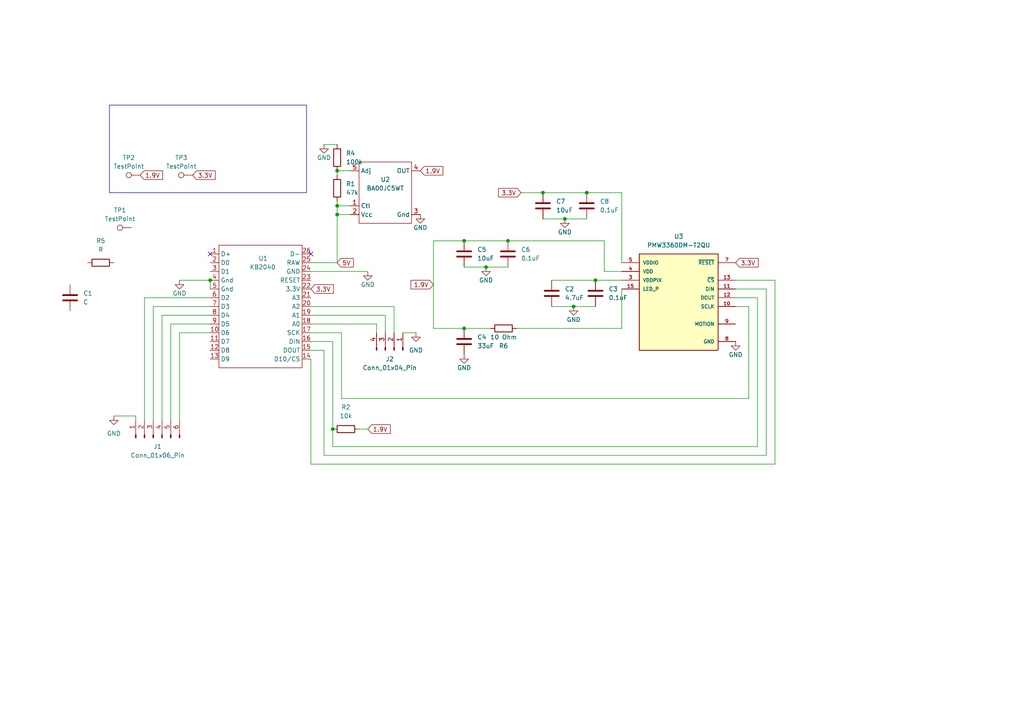
<source format=kicad_sch>
(kicad_sch (version 20230121) (generator eeschema)
  (paper "A4")
  (lib_symbols
    (symbol "Connector:Conn_01x04_Pin" (pin_names (offset 1.016) hide)
      (property "Reference" "J" (at 0 5.08 0))
      (property "Value" "Conn_01x04_Pin" (at 0 -7.62 0))
      (symbol "Conn_01x04_Pin_1_1"
        (polyline (pts (xy 1.27 -5.08) (xy 0.8636 -5.08)) (stroke (width 0.1524)))
        (polyline (pts (xy 1.27 -2.54) (xy 0.8636 -2.54)) (stroke (width 0.1524)))
        (polyline (pts (xy 1.27 0) (xy 0.8636 0)) (stroke (width 0.1524)))
        (polyline (pts (xy 1.27 2.54) (xy 0.8636 2.54)) (stroke (width 0.1524)))
        (rectangle (start 0.8636 -4.953) (end 0 -5.207) (stroke (width 0.1524)) (fill (type outline)))
        (rectangle (start 0.8636 -2.413) (end 0 -2.667) (stroke (width 0.1524)) (fill (type outline)))
        (rectangle (start 0.8636 0.127) (end 0 -0.127) (stroke (width 0.1524)) (fill (type outline)))
        (rectangle (start 0.8636 2.667) (end 0 2.413) (stroke (width 0.1524)) (fill (type outline)))
        (pin passive line (at 5.08 2.54 180) (length 3.81) (name "Pin_1") (number "1"))
        (pin passive line (at 5.08 0 180) (length 3.81) (name "Pin_2") (number "2"))
        (pin passive line (at 5.08 -2.54 180) (length 3.81) (name "Pin_3") (number "3"))
        (pin passive line (at 5.08 -5.08 180) (length 3.81) (name "Pin_4") (number "4"))
      )
    )
    (symbol "Connector:Conn_01x06_Pin" (pin_names (offset 1.016) hide)
      (property "Reference" "J" (at 0 7.62 0))
      (property "Value" "Conn_01x06_Pin" (at 0 -10.16 0))
      (symbol "Conn_01x06_Pin_1_1"
        (polyline (pts (xy 1.27 -7.62) (xy 0.8636 -7.62)) (stroke (width 0.1524)))
        (polyline (pts (xy 1.27 -5.08) (xy 0.8636 -5.08)) (stroke (width 0.1524)))
        (polyline (pts (xy 1.27 -2.54) (xy 0.8636 -2.54)) (stroke (width 0.1524)))
        (polyline (pts (xy 1.27 0) (xy 0.8636 0)) (stroke (width 0.1524)))
        (polyline (pts (xy 1.27 2.54) (xy 0.8636 2.54)) (stroke (width 0.1524)))
        (polyline (pts (xy 1.27 5.08) (xy 0.8636 5.08)) (stroke (width 0.1524)))
        (rectangle (start 0.8636 -7.493) (end 0 -7.747) (stroke (width 0.1524)) (fill (type outline)))
        (rectangle (start 0.8636 -4.953) (end 0 -5.207) (stroke (width 0.1524)) (fill (type outline)))
        (rectangle (start 0.8636 -2.413) (end 0 -2.667) (stroke (width 0.1524)) (fill (type outline)))
        (rectangle (start 0.8636 0.127) (end 0 -0.127) (stroke (width 0.1524)) (fill (type outline)))
        (rectangle (start 0.8636 2.667) (end 0 2.413) (stroke (width 0.1524)) (fill (type outline)))
        (rectangle (start 0.8636 5.207) (end 0 4.953) (stroke (width 0.1524)) (fill (type outline)))
        (pin passive line (at 5.08 5.08 180) (length 3.81) (name "Pin_1") (number "1"))
        (pin passive line (at 5.08 2.54 180) (length 3.81) (name "Pin_2") (number "2"))
        (pin passive line (at 5.08 0 180) (length 3.81) (name "Pin_3") (number "3"))
        (pin passive line (at 5.08 -2.54 180) (length 3.81) (name "Pin_4") (number "4"))
        (pin passive line (at 5.08 -5.08 180) (length 3.81) (name "Pin_5") (number "5"))
        (pin passive line (at 5.08 -7.62 180) (length 3.81) (name "Pin_6") (number "6"))
      )
    )
    (symbol "Connector:TestPoint" (pin_numbers hide) (pin_names (offset 0.762) hide)
      (property "Reference" "TP" (at 0 6.858 0))
      (property "Value" "TestPoint" (at 0 5.08 0))
      (symbol "TestPoint_0_1"
        (circle (center 0 3.302) (radius 0.762))
      )
      (symbol "TestPoint_1_1"
        (pin passive line (at 0 0 90) (length 2.54) (name "1") (number "1"))
      )
    )
    (symbol "Device:C" (pin_numbers hide) (pin_names (offset 0.254))
      (property "Reference" "C" (at 0.635 2.54 0))
      (property "Value" "C" (at 0.635 -2.54 0))
      (symbol "C_0_1"
        (polyline (pts (xy -2.032 -0.762) (xy 2.032 -0.762)) (stroke (width 0.508)))
        (polyline (pts (xy -2.032 0.762) (xy 2.032 0.762)) (stroke (width 0.508)))
      )
      (symbol "C_1_1"
        (pin passive line (at 0 3.81 270) (length 2.794) (name "~") (number "1"))
        (pin passive line (at 0 -3.81 90) (length 2.794) (name "~") (number "2"))
      )
    )
    (symbol "Device:R" (pin_numbers hide) (pin_names (offset 0))
      (property "Reference" "R" (at 2.032 0 90))
      (property "Value" "R" (at 0 0 90))
      (symbol "R_0_1"
        (rectangle (start -1.016 -2.54) (end 1.016 2.54) (stroke (width 0.254)))
      )
      (symbol "R_1_1"
        (pin passive line (at 0 3.81 270) (length 1.27) (name "~") (number "1"))
        (pin passive line (at 0 -3.81 90) (length 1.27) (name "~") (number "2"))
      )
    )
    (symbol "MCU_RaspberryPi:kee_boar_driver" (in_bom no)
      (property "Reference" "U1" (at 6.35 -5.08 0))
      (property "Value" "KB2040" (at 7.62 -7.62 0))
      (symbol "kee_boar_driver_0_1"
        (rectangle (start -5.08 -1.27) (end 19.05 -36.83))
      )
      (symbol "kee_boar_driver_1_1"
        (pin input line (at -7.62 -3.81 0) (length 2.54) (name "D+") (number "1"))
        (pin input line (at -7.62 -26.67 0) (length 2.54) (name "D6") (number "10"))
        (pin input line (at -7.62 -29.21 0) (length 2.54) (name "D7") (number "11"))
        (pin input line (at -7.62 -31.75 0) (length 2.54) (name "D8") (number "12"))
        (pin input line (at -7.62 -34.29 0) (length 2.54) (name "D9") (number "13"))
        (pin input line (at 21.59 -34.29 180) (length 2.54) (name "D10/CS") (number "14"))
        (pin input line (at 21.59 -31.75 180) (length 2.54) (name "DOUT") (number "15"))
        (pin input line (at 21.59 -29.21 180) (length 2.54) (name "DIN") (number "16"))
        (pin input line (at 21.59 -26.67 180) (length 2.54) (name "SCK") (number "17"))
        (pin input line (at 21.59 -24.13 180) (length 2.54) (name "A0") (number "18"))
        (pin input line (at 21.59 -21.59 180) (length 2.54) (name "A1") (number "19"))
        (pin input line (at -7.62 -6.35 0) (length 2.54) (name "D0") (number "2"))
        (pin input line (at 21.59 -19.05 180) (length 2.54) (name "A2") (number "20"))
        (pin input line (at 21.59 -16.51 180) (length 2.54) (name "A3") (number "21"))
        (pin power_out line (at 21.59 -13.97 180) (length 2.54) (name "3.3V") (number "22"))
        (pin input line (at 21.59 -11.43 180) (length 2.54) (name "RESET") (number "23"))
        (pin power_in line (at 21.59 -8.89 180) (length 2.54) (name "GND") (number "24"))
        (pin power_out line (at 21.59 -6.35 180) (length 2.54) (name "RAW") (number "25"))
        (pin input line (at 21.59 -3.81 180) (length 2.54) (name "D-") (number "26"))
        (pin input line (at -7.62 -8.89 0) (length 2.54) (name "D1") (number "3"))
        (pin power_in line (at -7.62 -11.43 0) (length 2.54) (name "Gnd") (number "4"))
        (pin power_in line (at -7.62 -13.97 0) (length 2.54) (name "Gnd") (number "5"))
        (pin input line (at -7.62 -16.51 0) (length 2.54) (name "D2") (number "6"))
        (pin input line (at -7.62 -19.05 0) (length 2.54) (name "D3") (number "7"))
        (pin input line (at -7.62 -21.59 0) (length 2.54) (name "D4") (number "8"))
        (pin input line (at -7.62 -24.13 0) (length 2.54) (name "D5") (number "9"))
      )
    )
    (symbol "PMW3360DM-T2QU:PMW3360DM-T2QU" (pin_names (offset 1.016))
      (property "Reference" "U3" (at -1.27 17.78 0))
      (property "Value" "PMW3360DM-T2QU" (at -1.27 15.24 0))
      (symbol "PMW3360DM-T2QU_0_0"
        (rectangle (start -12.7 -15.24) (end 10.16 12.7) (stroke (width 0.254)) (fill (type background)))
        (pin bidirectional line (at 15.24 -2.54 180) (length 5.08) (name "SCLK") (number "10"))
        (pin bidirectional line (at 15.24 5.08 180) (length 5.08) (name "~{CS}") (number "13"))
        (pin bidirectional line (at -17.78 2.54 0) (length 5.08) (name "LED_P") (number "15"))
        (pin bidirectional line (at -17.78 5.08 0) (length 5.08) (name "VDDPIX") (number "3"))
        (pin bidirectional line (at -17.78 7.62 0) (length 5.08) (name "VDD") (number "4"))
        (pin bidirectional line (at -17.78 10.16 0) (length 5.08) (name "VDDIO") (number "5"))
        (pin bidirectional line (at 15.24 10.16 180) (length 5.08) (name "~{RESET}") (number "7"))
        (pin bidirectional line (at 15.24 -12.7 180) (length 5.08) (name "GND") (number "8"))
        (pin bidirectional line (at 15.24 -7.62 180) (length 5.08) (name "MOTION") (number "9"))
      )
      (symbol "PMW3360DM-T2QU_1_0"
        (pin bidirectional line (at 15.24 2.54 180) (length 5.08) (name "DIN") (number "11"))
        (pin bidirectional line (at 15.24 0 180) (length 5.08) (name "DOUT") (number "12"))
      )
    )
    (symbol "Regulator_Linear:BA00JC5WT"
      (property "Reference" "U" (at 0 6.35 0))
      (property "Value" "BA00JC5WT" (at 0 3.81 0))
      (symbol "BA00JC5WT_0_1"
        (rectangle (start -7.62 12.7) (end 7.62 -5.08))
      )
      (symbol "BA00JC5WT_1_1"
        (pin input line (at -10.16 0 0) (length 2.54) (name "Ctl") (number "1"))
        (pin power_in line (at -10.16 -2.54 0) (length 2.54) (name "Vcc") (number "2"))
        (pin power_in line (at 10.16 -2.54 180) (length 2.54) (name "Gnd") (number "3"))
        (pin power_out line (at 10.16 10.16 180) (length 2.54) (name "OUT") (number "4"))
        (pin input line (at -10.16 10.16 0) (length 2.54) (name "Adj") (number "5"))
      )
    )
    (symbol "power:GND" (power) (pin_names (offset 0))
      (property "Value" "GND" (at 0 -3.81 0))
      (symbol "GND_0_1"
        (polyline (pts (xy 0 0) (xy 0 -1.27) (xy 1.27 -1.27) (xy 0 -2.54) (xy -1.27 -1.27) (xy 0 -1.27)))
      )
      (symbol "GND_1_1"
        (pin power_in line (at 0 0 270) (length 0) hide (name "GND") (number "1"))
      )
    )
  )
  (junction (at 60.96 81.28))
  (junction (at 96.52 124.46))
  (junction (at 97.79 49.53))
  (junction (at 172.72 81.28))
  (junction (at 170.18 55.88))
  (junction (at 134.62 95.25))
  (junction (at 134.62 69.85))
  (junction (at 166.37 88.9))
  (junction (at 97.79 59.69))
  (junction (at 140.97 77.47))
  (junction (at 147.32 69.85))
  (junction (at 97.79 62.23))
  (junction (at 163.83 63.5))
  (junction (at 157.48 55.88))
  (no_connect (at 90.17 73.66))
  (no_connect (at 60.96 73.66))
  (wire (pts (xy 157.48 55.88) (xy 170.18 55.88)))
  (wire (pts (xy 46.99 91.44) (xy 46.99 121.92)))
  (wire (pts (xy 180.34 55.88) (xy 180.34 76.2)))
  (wire (pts (xy 93.98 41.91) (xy 97.79 41.91)))
  (wire (pts (xy 97.79 58.42) (xy 97.79 59.69)))
  (wire (pts (xy 213.36 83.82) (xy 222.25 83.82)))
  (wire (pts (xy 172.72 81.28) (xy 180.34 81.28)))
  (wire (pts (xy 134.62 95.25) (xy 142.24 95.25)))
  (wire (pts (xy 60.96 93.98) (xy 49.53 93.98)))
  (wire (pts (xy 160.02 81.28) (xy 172.72 81.28)))
  (wire (pts (xy 90.17 88.9) (xy 114.3 88.9)))
  (wire (pts (xy 166.37 88.9) (xy 172.72 88.9)))
  (wire (pts (xy 90.17 91.44) (xy 111.76 91.44)))
  (wire (pts (xy 151.13 55.88) (xy 157.48 55.88)))
  (wire (pts (xy 52.07 96.52) (xy 52.07 121.92)))
  (wire (pts (xy 41.91 86.36) (xy 41.91 121.92)))
  (wire (pts (xy 93.98 101.6) (xy 93.98 132.08)))
  (wire (pts (xy 222.25 83.82) (xy 222.25 132.08)))
  (wire (pts (xy 39.37 120.65) (xy 39.37 121.92)))
  (wire (pts (xy 96.52 99.06) (xy 96.52 124.46)))
  (wire (pts (xy 97.79 59.69) (xy 101.6 59.69)))
  (wire (pts (xy 60.96 88.9) (xy 44.45 88.9)))
  (wire (pts (xy 219.71 129.54) (xy 219.71 86.36)))
  (wire (pts (xy 116.84 96.52) (xy 120.65 96.52)))
  (wire (pts (xy 140.97 77.47) (xy 147.32 77.47)))
  (wire (pts (xy 97.79 62.23) (xy 101.6 62.23)))
  (wire (pts (xy 180.34 95.25) (xy 180.34 83.82)))
  (wire (pts (xy 90.17 93.98) (xy 109.22 93.98)))
  (wire (pts (xy 96.52 129.54) (xy 219.71 129.54)))
  (wire (pts (xy 96.52 124.46) (xy 96.52 129.54)))
  (wire (pts (xy 90.17 99.06) (xy 96.52 99.06)))
  (wire (pts (xy 111.76 91.44) (xy 111.76 96.52)))
  (wire (pts (xy 125.73 95.25) (xy 134.62 95.25)))
  (wire (pts (xy 134.62 69.85) (xy 147.32 69.85)))
  (wire (pts (xy 125.73 69.85) (xy 125.73 95.25)))
  (wire (pts (xy 60.96 81.28) (xy 60.96 83.82)))
  (wire (pts (xy 90.17 134.62) (xy 224.79 134.62)))
  (wire (pts (xy 125.73 69.85) (xy 134.62 69.85)))
  (wire (pts (xy 114.3 88.9) (xy 114.3 96.52)))
  (wire (pts (xy 60.96 91.44) (xy 46.99 91.44)))
  (wire (pts (xy 99.06 96.52) (xy 99.06 115.57)))
  (wire (pts (xy 163.83 63.5) (xy 170.18 63.5)))
  (wire (pts (xy 90.17 101.6) (xy 93.98 101.6)))
  (wire (pts (xy 175.26 78.74) (xy 180.34 78.74)))
  (wire (pts (xy 90.17 104.14) (xy 90.17 134.62)))
  (wire (pts (xy 97.79 76.2) (xy 97.79 62.23)))
  (wire (pts (xy 90.17 96.52) (xy 99.06 96.52)))
  (wire (pts (xy 49.53 93.98) (xy 49.53 121.92)))
  (wire (pts (xy 109.22 93.98) (xy 109.22 96.52)))
  (wire (pts (xy 149.86 95.25) (xy 180.34 95.25)))
  (wire (pts (xy 60.96 86.36) (xy 41.91 86.36)))
  (wire (pts (xy 97.79 49.53) (xy 101.6 49.53)))
  (wire (pts (xy 147.32 69.85) (xy 175.26 69.85)))
  (wire (pts (xy 52.07 81.28) (xy 60.96 81.28)))
  (wire (pts (xy 134.62 77.47) (xy 140.97 77.47)))
  (wire (pts (xy 170.18 55.88) (xy 180.34 55.88)))
  (wire (pts (xy 175.26 69.85) (xy 175.26 78.74)))
  (wire (pts (xy 97.79 49.53) (xy 97.79 50.8)))
  (wire (pts (xy 217.17 88.9) (xy 213.36 88.9)))
  (wire (pts (xy 90.17 76.2) (xy 97.79 76.2)))
  (wire (pts (xy 217.17 115.57) (xy 217.17 88.9)))
  (wire (pts (xy 224.79 81.28) (xy 224.79 134.62)))
  (wire (pts (xy 157.48 63.5) (xy 163.83 63.5)))
  (wire (pts (xy 93.98 132.08) (xy 222.25 132.08)))
  (wire (pts (xy 33.02 120.65) (xy 39.37 120.65)))
  (wire (pts (xy 213.36 86.36) (xy 219.71 86.36)))
  (wire (pts (xy 104.14 124.46) (xy 106.68 124.46)))
  (wire (pts (xy 44.45 88.9) (xy 44.45 121.92)))
  (wire (pts (xy 97.79 62.23) (xy 97.79 59.69)))
  (wire (pts (xy 224.79 81.28) (xy 213.36 81.28)))
  (wire (pts (xy 99.06 115.57) (xy 217.17 115.57)))
  (wire (pts (xy 90.17 78.74) (xy 106.68 78.74)))
  (wire (pts (xy 60.96 96.52) (xy 52.07 96.52)))
  (wire (pts (xy 160.02 88.9) (xy 166.37 88.9)))
  (rectangle (start 31.75 30.48) (end 88.9 55.88))
  (global_label "5V" (shape input) (at 97.79 76.2 0) (property "Intersheetrefs" "${INTERSHEET_REFS}" (effects hide)))
  (global_label "1.9V" (shape input) (at 106.68 124.46 0) (property "Intersheetrefs" "${INTERSHEET_REFS}" (effects hide)))
  (global_label "1.9V" (shape input) (at 125.73 82.55 180) (property "Intersheetrefs" "${INTERSHEET_REFS}" (effects hide)))
  (global_label "3.3V" (shape input) (at 151.13 55.88 180) (property "Intersheetrefs" "${INTERSHEET_REFS}" (effects hide)))
  (global_label "3.3V" (shape input) (at 55.88 50.8 0) (property "Intersheetrefs" "${INTERSHEET_REFS}" (effects hide)))
  (global_label "3.3V" (shape input) (at 213.36 76.2 0) (property "Intersheetrefs" "${INTERSHEET_REFS}" (effects hide)))
  (global_label "1.9V" (shape input) (at 40.64 50.8 0) (property "Intersheetrefs" "${INTERSHEET_REFS}" (effects hide)))
  (global_label "1.9V" (shape input) (at 121.92 49.53 0) (property "Intersheetrefs" "${INTERSHEET_REFS}" (effects hide)))
  (global_label "3.3V" (shape input) (at 90.17 83.82 0) (property "Intersheetrefs" "${INTERSHEET_REFS}" (effects hide)))
  (symbol (lib_id "Connector:TestPoint") (at 38.1 66.04 90) (unit 1)
    (property "Reference" "TP1" (at 34.798 60.96 90))
    (property "Value" "TestPoint" (at 34.798 63.5 90))
    (property "Footprint" "TestPoint:TestPoint_Plated_Hole_D2.0mm" (effects hide))
  )
  (symbol (lib_id "power:GND") (at 33.02 120.65 0) (unit 1)
    (property "Reference" "#PWR010" (effects hide))
    (property "Value" "GND" (at 33.02 125.73 0))
  )
  (symbol (lib_id "Device:C") (at 134.62 99.06 0) (unit 1)
    (property "Reference" "C4" (at 138.43 97.79 0) (effects (justify left)))
    (property "Value" "33uF" (at 138.43 100.33 0) (effects (justify left)))
    (property "Footprint" "Capacitor_THT:C_Disc_D4.3mm_W1.9mm_P5.00mm" (effects hide))
  )
  (symbol (lib_id "power:GND") (at 134.62 102.87 0) (unit 1)
    (property "Reference" "#PWR07" (effects hide))
    (property "Value" "GND" (at 134.62 106.68 0))
  )
  (symbol (lib_id "Connector:Conn_01x06_Pin") (at 44.45 127 90) (unit 1)
    (property "Reference" "J1" (at 45.72 129.54 90))
    (property "Value" "Conn_01x06_Pin" (at 45.72 132.08 90))
    (property "Footprint" "Connector_JST:JST_XH_B6B-XH-A_1x06_P2.50mm_Vertical" (effects hide))
  )
  (symbol (lib_id "Device:C") (at 147.32 73.66 0) (unit 1)
    (property "Reference" "C6" (at 151.13 72.39 0) (effects (justify left)))
    (property "Value" "0.1uF" (at 151.13 74.93 0) (effects (justify left)))
    (property "Footprint" "Capacitor_THT:C_Disc_D4.3mm_W1.9mm_P5.00mm" (effects hide))
  )
  (symbol (lib_id "power:GND") (at 106.68 78.74 0) (unit 1)
    (property "Reference" "#PWR04" (effects hide))
    (property "Value" "GND" (at 106.68 82.55 0))
  )
  (symbol (lib_id "Device:R") (at 100.33 124.46 90) (unit 1)
    (property "Reference" "R2" (at 100.33 118.11 90))
    (property "Value" "10k" (at 100.33 120.65 90))
    (property "Footprint" "Resistor_THT:R_Axial_DIN0207_L6.3mm_D2.5mm_P7.62mm_Horizontal" (effects hide))
  )
  (symbol (lib_id "power:GND") (at 163.83 63.5 0) (unit 1)
    (property "Reference" "#PWR09" (effects hide))
    (property "Value" "GND" (at 163.83 67.31 0))
  )
  (symbol (lib_id "power:GND") (at 140.97 77.47 0) (unit 1)
    (property "Reference" "#PWR08" (effects hide))
    (property "Value" "GND" (at 140.97 81.28 0))
  )
  (symbol (lib_id "Device:R") (at 97.79 45.72 0) (unit 1)
    (property "Reference" "R4" (at 100.33 44.45 0) (effects (justify left)))
    (property "Value" "100k" (at 100.33 46.99 0) (effects (justify left)))
    (property "Footprint" "Resistor_THT:R_Axial_DIN0207_L6.3mm_D2.5mm_P7.62mm_Horizontal" (effects hide))
  )
  (symbol (lib_id "Device:C") (at 134.62 73.66 0) (unit 1)
    (property "Reference" "C5" (at 138.43 72.39 0) (effects (justify left)))
    (property "Value" "10uF" (at 138.43 74.93 0) (effects (justify left)))
    (property "Footprint" "Capacitor_THT:C_Disc_D4.3mm_W1.9mm_P5.00mm" (effects hide))
  )
  (symbol (lib_id "Device:C") (at 172.72 85.09 0) (unit 1)
    (property "Reference" "C3" (at 176.53 83.82 0) (effects (justify left)))
    (property "Value" "0.1uF" (at 176.53 86.36 0) (effects (justify left)))
    (property "Footprint" "Capacitor_THT:C_Disc_D4.3mm_W1.9mm_P5.00mm" (effects hide))
  )
  (symbol (lib_id "Device:R") (at 146.05 95.25 90) (unit 1)
    (property "Reference" "R6" (at 146.05 100.33 90))
    (property "Value" "10 Ohm" (at 146.05 97.79 90))
    (property "Footprint" "Resistor_THT:R_Axial_DIN0207_L6.3mm_D2.5mm_P7.62mm_Horizontal" (effects hide))
  )
  (symbol (lib_id "Device:C") (at 157.48 59.69 0) (unit 1)
    (property "Reference" "C7" (at 161.29 58.42 0) (effects (justify left)))
    (property "Value" "10uF" (at 161.29 60.96 0) (effects (justify left)))
    (property "Footprint" "Capacitor_THT:C_Disc_D4.3mm_W1.9mm_P5.00mm" (effects hide))
  )
  (symbol (lib_id "Regulator_Linear:BA00JC5WT") (at 111.76 59.69 0) (unit 1)
    (property "Reference" "U2" (at 111.76 52.07 0))
    (property "Value" "BA00JC5WT" (at 111.76 54.61 0))
    (property "Footprint" "Package_TO_SOT_THT:TO-220-5_Vertical" (effects hide))
  )
  (symbol (lib_id "Device:C") (at 170.18 59.69 0) (unit 1)
    (property "Reference" "C8" (at 173.99 58.42 0) (effects (justify left)))
    (property "Value" "0.1uF" (at 173.99 60.96 0) (effects (justify left)))
    (property "Footprint" "Capacitor_THT:C_Disc_D4.3mm_W1.9mm_P5.00mm" (effects hide))
  )
  (symbol (lib_id "MCU_RaspberryPi:kee_boar_driver") (at 68.58 69.85 0) (unit 1) (in_bom no)
    (property "Reference" "U1" (at 74.93 74.93 0) (effects (justify left)))
    (property "Value" "KB2040" (at 76.2 77.47 0))
    (property "Footprint" "Module:KB2040" (effects hide))
  )
  (symbol (lib_id "power:GND") (at 120.65 96.52 0) (mirror y) (unit 1)
    (property "Reference" "#PWR011" (effects hide))
    (property "Value" "GND" (at 120.65 101.6 0))
  )
  (symbol (lib_id "power:GND") (at 121.92 62.23 0) (unit 1)
    (property "Reference" "#PWR03" (effects hide))
    (property "Value" "GND" (at 121.92 66.04 0))
  )
  (symbol (lib_id "Connector:TestPoint") (at 40.64 50.8 90) (unit 1)
    (property "Reference" "TP2" (at 37.338 45.72 90))
    (property "Value" "TestPoint" (at 37.338 48.26 90))
    (property "Footprint" "TestPoint:TestPoint_Plated_Hole_D2.0mm" (effects hide))
  )
  (symbol (lib_id "Connector:TestPoint") (at 55.88 50.8 90) (unit 1)
    (property "Reference" "TP3" (at 52.578 45.72 90))
    (property "Value" "TestPoint" (at 52.578 48.26 90))
    (property "Footprint" "TestPoint:TestPoint_Plated_Hole_D2.0mm" (effects hide))
  )
  (symbol (lib_id "power:GND") (at 213.36 99.06 0) (unit 1)
    (property "Reference" "#PWR01" (effects hide))
    (property "Value" "GND" (at 213.36 102.87 0))
  )
  (symbol (lib_id "Device:R") (at 97.79 54.61 0) (unit 1)
    (property "Reference" "R1" (at 100.33 53.34 0) (effects (justify left)))
    (property "Value" "47k" (at 100.33 55.88 0) (effects (justify left)))
    (property "Footprint" "Resistor_THT:R_Axial_DIN0207_L6.3mm_D2.5mm_P7.62mm_Horizontal" (effects hide))
  )
  (symbol (lib_id "Device:R") (at 29.21 76.2 90) (unit 1)
    (property "Reference" "R5" (at 29.21 69.85 90))
    (property "Value" "R" (at 29.21 72.39 90))
    (property "Footprint" "Resistor_THT:R_Axial_DIN0207_L6.3mm_D2.5mm_P7.62mm_Horizontal" (effects hide))
  )
  (symbol (lib_id "power:GND") (at 52.07 81.28 0) (unit 1)
    (property "Reference" "#PWR02" (effects hide))
    (property "Value" "GND" (at 52.07 85.09 0))
  )
  (symbol (lib_id "PMW3360DM-T2QU:PMW3360DM-T2QU") (at 198.12 86.36 0) (unit 1)
    (property "Reference" "U3" (at 196.85 68.58 0))
    (property "Value" "PMW3360DM-T2QU" (at 196.85 71.12 0))
    (property "Footprint" "squeakKiCad:PMW3360" (effects hide))
    (property "MANUFACTURER_NAME" "PixArt Imaging Inc." (effects hide))
    (property "MF" "PixArt" (effects hide))
    (property "DESCRIPTION" "Optical gaming navigation sensor" (effects hide))
    (property "Price" "None" (effects hide))
    (property "Package" "None" (effects hide))
    (property "Check_prices" "https://www.snapeda.com/parts/PMW3360DM-T2QU/PixArt/view-part/?ref=eda" (effects hide))
    (property "HEIGHT" "mm" (effects hide))
    (property "MP" "PMW3360DM-T2QU" (effects hide))
    (property "SnapEDA_Link" "https://www.snapeda.com/parts/PMW3360DM-T2QU/PixArt/view-part/?ref=snap" (effects hide))
    (property "Description" "\n" (effects hide))
    (property "Availability" "Not in stock" (effects hide))
    (property "MANUFACTURER_PART_NUMBER" "PMW3360DM-T2QU" (effects hide))
  )
  (symbol (lib_id "Connector:Conn_01x04_Pin") (at 114.3 101.6 270) (mirror x) (unit 1)
    (property "Reference" "J2" (at 113.03 104.14 90))
    (property "Value" "Conn_01x04_Pin" (at 113.03 106.68 90))
    (property "Footprint" "Connector_JST:JST_XH_B4B-XH-A_1x04_P2.50mm_Vertical" (effects hide))
  )
  (symbol (lib_id "power:GND") (at 166.37 88.9 0) (unit 1)
    (property "Reference" "#PWR05" (effects hide))
    (property "Value" "GND" (at 166.37 92.71 0))
  )
  (symbol (lib_id "power:GND") (at 93.98 41.91 0) (unit 1)
    (property "Reference" "#PWR06" (effects hide))
    (property "Value" "GND" (at 93.98 45.72 0))
  )
  (symbol (lib_id "Device:C") (at 20.32 86.36 0) (unit 1)
    (property "Reference" "C1" (at 24.13 85.09 0) (effects (justify left)))
    (property "Value" "C" (at 24.13 87.63 0) (effects (justify left)))
    (property "Footprint" "Capacitor_THT:C_Disc_D4.3mm_W1.9mm_P5.00mm" (effects hide))
  )
  (symbol (lib_id "Device:C") (at 160.02 85.09 0) (unit 1)
    (property "Reference" "C2" (at 163.83 83.82 0) (effects (justify left)))
    (property "Value" "4.7uF" (at 163.83 86.36 0) (effects (justify left)))
    (property "Footprint" "Capacitor_THT:C_Disc_D4.3mm_W1.9mm_P5.00mm" (effects hide))
  )
)
</source>
